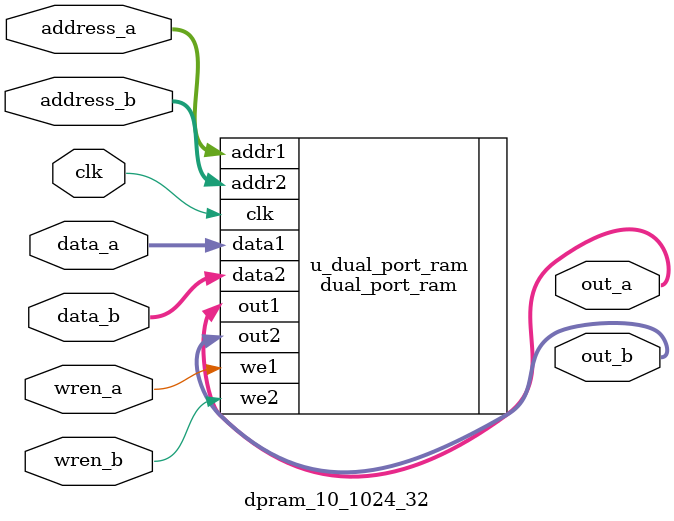
<source format=v>
module ram_wrapper_10_1024_32 (
	clk,
        resetn,
	address_a,
	address_b,
        rden_a,
        rden_b,
	wren_a,
	wren_b,
	data_a,
	data_b,
	out_a,
	out_b
);

input clk;
input resetn;
input [(10-1):0] address_a;
input [(10-1):0] address_b;
input  wren_a;
input  wren_b;
input  rden_a;
input  rden_b;
input [(32-1):0] data_a;
input [(32-1):0] data_b;
output [(32-1):0] out_a;
output [(32-1):0] out_b;

reg [(10-1):0] q_address_a;
reg [(10-1):0] q_address_b;
reg [(10-1):0] mux_address_b;

dpram_10_1024_32 dpram1(
    .clk(clk),
    .address_a(address_a),
    .address_b(mux_address_b),
    .wren_a(wren_a),
    .wren_b(wren_b),
    .data_a(data_a),
    .data_b(data_b),
    .out_a(out_a),
    .out_b(out_b)
);

always@(posedge clk)begin
   if(!resetn)begin
     q_address_a <= 'h0;
     q_address_b <= 'h0;
   end
   else begin
     if(rden_b)
       q_address_b <= address_b;
   end
end

always@(*)begin
  if(rden_b)   
    mux_address_b = address_b;
  else
    mux_address_b = q_address_b; 
end

endmodulemodule dpram_10_1024_32 (
	clk,
	address_a,
	address_b,
	wren_a,
	wren_b,
	data_a,
	data_b,
	out_a,
	out_b
);

input clk;
input [(10-1):0] address_a;
input [(10-1):0] address_b;
input  wren_a;
input  wren_b;
input [(32-1):0] data_a;
input [(32-1):0] data_b;
output reg [(32-1):0] out_a;
output reg [(32-1):0] out_b;

`ifdef SIMULATION_MEMORY

reg [32-1:0] ram[1024-1:0];

always @ (posedge clk) begin 
  if (wren_a) begin
      ram[address_a] <= data_a;
  end
  else begin
      out_a <= ram[address_a];
  end
end
  
always @ (posedge clk) begin 
  if (wren_b) begin
      ram[address_b] <= data_b;
  end 
  else begin
      out_b <= ram[address_b];
  end
end

`else

dual_port_ram u_dual_port_ram(
.addr1(address_a),
.we1(wren_a),
.data1(data_a),
.out1(out_a),
.addr2(address_b),
.we2(wren_b),
.data2(data_b),
.out2(out_b),
.clk(clk)
);

`endif

endmodule
</source>
